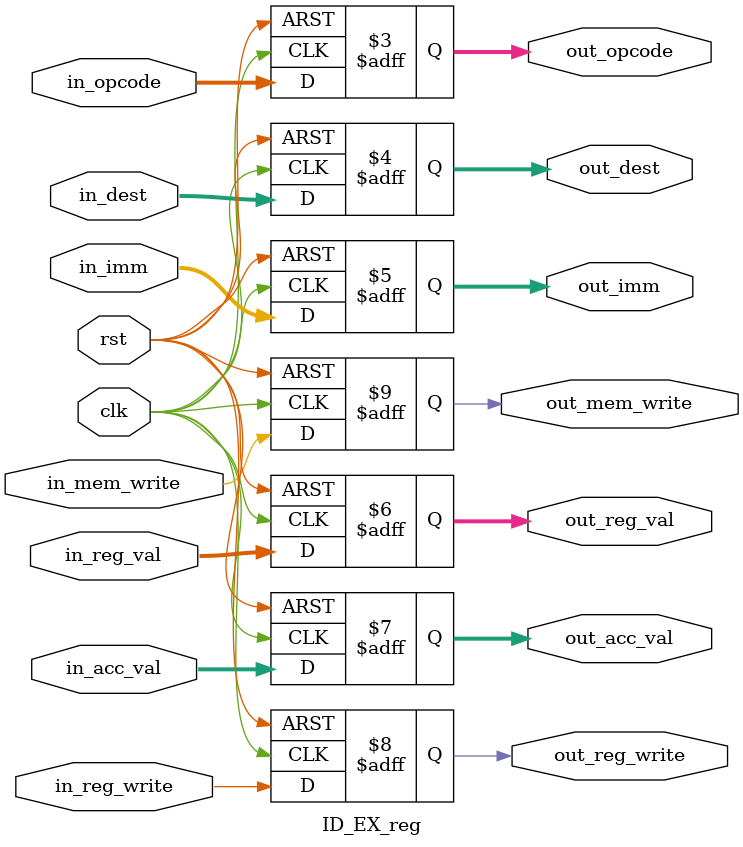
<source format=v>
`timescale 1ns / 1ps
module ID_EX_reg(
    input  wire clk,
    input  wire rst,
    input  wire [2:0] in_opcode,
    input  wire [4:0] in_dest,
    input  wire [7:0] in_imm,
    input  wire [7:0] in_reg_val,
    input  wire [7:0] in_acc_val,
    input  wire       in_reg_write,
    input  wire       in_mem_write,
    output reg  [2:0] out_opcode,
    output reg  [4:0] out_dest,
    output reg  [7:0] out_imm,
    output reg  [7:0] out_reg_val,
    output reg  [7:0] out_acc_val,
    output reg        out_reg_write,
    output reg        out_mem_write
);
    always @(posedge clk or negedge rst) begin
        if (!rst) begin
            out_opcode    <= 3'd0;
            out_dest      <= 5'd0;
            out_imm       <= 8'd0;
            out_reg_val   <= 8'd0;
            out_acc_val   <= 8'd0;
            out_reg_write <= 1'b0;
            out_mem_write <= 1'b0;
        end else begin
            out_opcode    <= in_opcode;
            out_dest      <= in_dest;
            out_imm       <= in_imm;
            out_reg_val   <= in_reg_val;
            out_acc_val   <= in_acc_val;
            out_reg_write <= in_reg_write;
            out_mem_write <= in_mem_write;
        end
    end
endmodule

</source>
